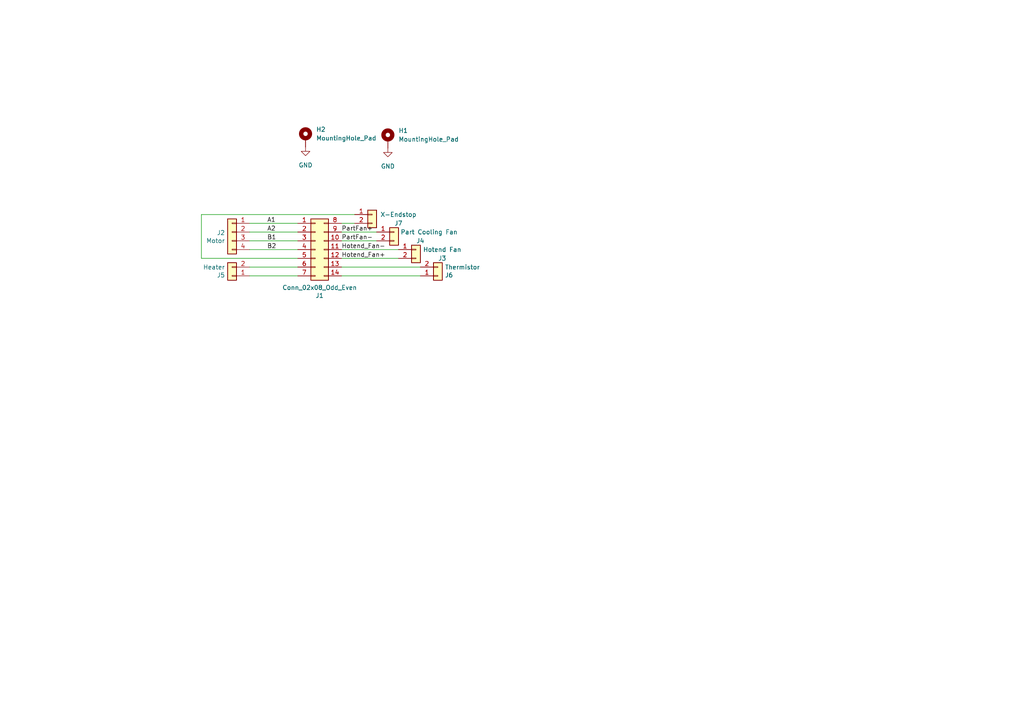
<source format=kicad_sch>
(kicad_sch (version 20230121) (generator eeschema)
  (paper "A4")
  (lib_symbols
    (symbol "Connector_Generic:Conn_01x02" (pin_names (offset 1.016) hide)
      (property "Reference" "J" (at 0 2.54 0))
      (property "Value" "Conn_01x02" (at 0 -5.08 0))
      (symbol "Conn_01x02_1_1"
        (rectangle (start -1.27 -2.413) (end 0 -2.667) (stroke (width 0.1524)))
        (rectangle (start -1.27 0.127) (end 0 -0.127) (stroke (width 0.1524)))
        (rectangle (start -1.27 1.27) (end 1.27 -3.81) (stroke (width 0.254)) (fill (type background)))
        (pin passive line (at -5.08 0 0) (length 3.81) (name "Pin_1") (number "1"))
        (pin passive line (at -5.08 -2.54 0) (length 3.81) (name "Pin_2") (number "2"))
      )
    )
    (symbol "Connector_Generic:Conn_01x04" (pin_names (offset 1.016) hide)
      (property "Reference" "J" (at 0 5.08 0))
      (property "Value" "Conn_01x04" (at 0 -7.62 0))
      (symbol "Conn_01x04_1_1"
        (rectangle (start -1.27 -4.953) (end 0 -5.207) (stroke (width 0.1524)))
        (rectangle (start -1.27 -2.413) (end 0 -2.667) (stroke (width 0.1524)))
        (rectangle (start -1.27 0.127) (end 0 -0.127) (stroke (width 0.1524)))
        (rectangle (start -1.27 2.667) (end 0 2.413) (stroke (width 0.1524)))
        (rectangle (start -1.27 3.81) (end 1.27 -6.35) (stroke (width 0.254)) (fill (type background)))
        (pin passive line (at -5.08 2.54 0) (length 3.81) (name "Pin_1") (number "1"))
        (pin passive line (at -5.08 0 0) (length 3.81) (name "Pin_2") (number "2"))
        (pin passive line (at -5.08 -2.54 0) (length 3.81) (name "Pin_3") (number "3"))
        (pin passive line (at -5.08 -5.08 0) (length 3.81) (name "Pin_4") (number "4"))
      )
    )
    (symbol "Connector_Generic:Conn_02x07_Top_Bottom" (pin_names (offset 1.016) hide)
      (property "Reference" "J" (at 1.27 10.16 0))
      (property "Value" "Conn_02x07_Top_Bottom" (at 1.27 -10.16 0))
      (symbol "Conn_02x07_Top_Bottom_1_1"
        (rectangle (start -1.27 -7.493) (end 0 -7.747) (stroke (width 0.1524)))
        (rectangle (start -1.27 -4.953) (end 0 -5.207) (stroke (width 0.1524)))
        (rectangle (start -1.27 -2.413) (end 0 -2.667) (stroke (width 0.1524)))
        (rectangle (start -1.27 0.127) (end 0 -0.127) (stroke (width 0.1524)))
        (rectangle (start -1.27 2.667) (end 0 2.413) (stroke (width 0.1524)))
        (rectangle (start -1.27 5.207) (end 0 4.953) (stroke (width 0.1524)))
        (rectangle (start -1.27 7.747) (end 0 7.493) (stroke (width 0.1524)))
        (rectangle (start -1.27 8.89) (end 3.81 -8.89) (stroke (width 0.254)) (fill (type background)))
        (rectangle (start 3.81 -7.493) (end 2.54 -7.747) (stroke (width 0.1524)))
        (rectangle (start 3.81 -4.953) (end 2.54 -5.207) (stroke (width 0.1524)))
        (rectangle (start 3.81 -2.413) (end 2.54 -2.667) (stroke (width 0.1524)))
        (rectangle (start 3.81 0.127) (end 2.54 -0.127) (stroke (width 0.1524)))
        (rectangle (start 3.81 2.667) (end 2.54 2.413) (stroke (width 0.1524)))
        (rectangle (start 3.81 5.207) (end 2.54 4.953) (stroke (width 0.1524)))
        (rectangle (start 3.81 7.747) (end 2.54 7.493) (stroke (width 0.1524)))
        (pin passive line (at -5.08 7.62 0) (length 3.81) (name "Pin_1") (number "1"))
        (pin passive line (at 7.62 2.54 180) (length 3.81) (name "Pin_10") (number "10"))
        (pin passive line (at 7.62 0 180) (length 3.81) (name "Pin_11") (number "11"))
        (pin passive line (at 7.62 -2.54 180) (length 3.81) (name "Pin_12") (number "12"))
        (pin passive line (at 7.62 -5.08 180) (length 3.81) (name "Pin_13") (number "13"))
        (pin passive line (at 7.62 -7.62 180) (length 3.81) (name "Pin_14") (number "14"))
        (pin passive line (at -5.08 5.08 0) (length 3.81) (name "Pin_2") (number "2"))
        (pin passive line (at -5.08 2.54 0) (length 3.81) (name "Pin_3") (number "3"))
        (pin passive line (at -5.08 0 0) (length 3.81) (name "Pin_4") (number "4"))
        (pin passive line (at -5.08 -2.54 0) (length 3.81) (name "Pin_5") (number "5"))
        (pin passive line (at -5.08 -5.08 0) (length 3.81) (name "Pin_6") (number "6"))
        (pin passive line (at -5.08 -7.62 0) (length 3.81) (name "Pin_7") (number "7"))
        (pin passive line (at 7.62 7.62 180) (length 3.81) (name "Pin_8") (number "8"))
        (pin passive line (at 7.62 5.08 180) (length 3.81) (name "Pin_9") (number "9"))
      )
    )
    (symbol "Mechanical:MountingHole_Pad" (pin_numbers hide) (pin_names (offset 1.016) hide)
      (property "Reference" "H" (at 0 6.35 0))
      (property "Value" "MountingHole_Pad" (at 0 4.445 0))
      (symbol "MountingHole_Pad_0_1"
        (circle (center 0 1.27) (radius 1.27) (stroke (width 1.27)))
      )
      (symbol "MountingHole_Pad_1_1"
        (pin input line (at 0 -2.54 90) (length 2.54) (name "1") (number "1"))
      )
    )
    (symbol "power:GND" (power) (pin_names (offset 0))
      (property "Value" "GND" (at 0 -3.81 0))
      (symbol "GND_0_1"
        (polyline (pts (xy 0 0) (xy 0 -1.27) (xy 1.27 -1.27) (xy 0 -2.54) (xy -1.27 -1.27) (xy 0 -1.27)))
      )
      (symbol "GND_1_1"
        (pin power_in line (at 0 0 270) (length 0) hide (name "GND") (number "1"))
      )
    )
  )
  (wire (pts (xy 72.39 67.31) (xy 86.36 67.31)))
  (wire (pts (xy 86.36 77.47) (xy 72.39 77.47)))
  (wire (pts (xy 99.06 69.85) (xy 109.22 69.85)))
  (wire (pts (xy 72.39 80.01) (xy 86.36 80.01)))
  (wire (pts (xy 58.42 74.93) (xy 86.36 74.93)))
  (wire (pts (xy 58.42 62.23) (xy 58.42 74.93)))
  (wire (pts (xy 86.36 64.77) (xy 72.39 64.77)))
  (wire (pts (xy 99.06 74.93) (xy 115.57 74.93)))
  (wire (pts (xy 115.57 72.39) (xy 99.06 72.39)))
  (wire (pts (xy 109.22 67.31) (xy 99.06 67.31)))
  (wire (pts (xy 121.92 77.47) (xy 99.06 77.47)))
  (wire (pts (xy 99.06 64.77) (xy 102.87 64.77)))
  (wire (pts (xy 58.42 62.23) (xy 102.87 62.23)))
  (wire (pts (xy 99.06 80.01) (xy 121.92 80.01)))
  (wire (pts (xy 86.36 69.85) (xy 72.39 69.85)))
  (wire (pts (xy 72.39 72.39) (xy 86.36 72.39)))
  (label "B2" (at 77.47 72.39 0))
  (label "PartFan-" (at 99.06 69.85 0))
  (label "A2" (at 77.47 67.31 0))
  (label "PartFan+" (at 99.06 67.31 0))
  (label "Hotend_Fan+" (at 99.06 74.93 0))
  (label "A1" (at 77.47 64.77 0))
  (label "B1" (at 77.47 69.85 0))
  (label "Hotend_Fan-" (at 99.06 72.39 0))
  (symbol (lib_id "Connector_Generic:Conn_02x07_Top_Bottom") (at 91.44 72.39 0) (unit 1)
    (property "Reference" "J1" (at 92.71 85.725 0))
    (property "Value" "Conn_02x08_Odd_Even" (at 92.71 83.4136 0))
    (property "Footprint" "Connector_Molex:Molex_Micro-Fit_3.0_43045-1412_2x07_P3.00mm_Vertical" (effects hide))
  )
  (symbol (lib_id "Connector_Generic:Conn_01x04") (at 67.31 67.31 0) (mirror y) (unit 1)
    (property "Reference" "J2" (at 65.278 67.5132 0) (effects (justify left)))
    (property "Value" "Motor" (at 65.278 69.8246 0) (effects (justify left)))
    (property "Footprint" "Connector_JST:JST_XH_B4B-XH-A_1x04_P2.50mm_Vertical" (effects hide))
  )
  (symbol (lib_id "Connector_Generic:Conn_01x02") (at 120.65 72.39 0) (unit 1)
    (property "Reference" "J3" (at 128.27 74.93 0))
    (property "Value" "Hotend Fan" (at 128.27 72.39 0))
    (property "Footprint" "Connector_JST:JST_XH_B2B-XH-A_1x02_P2.50mm_Vertical" (effects hide))
  )
  (symbol (lib_id "Connector_Generic:Conn_01x02") (at 114.3 67.31 0) (unit 1)
    (property "Reference" "J4" (at 121.92 69.85 0))
    (property "Value" "Part Cooling Fan" (at 124.46 67.31 0))
    (property "Footprint" "Connector_JST:JST_XH_B2B-XH-A_1x02_P2.50mm_Vertical" (effects hide))
  )
  (symbol (lib_id "Connector_Generic:Conn_01x02") (at 67.31 80.01 180) (unit 1)
    (property "Reference" "J5" (at 65.278 79.8068 0) (effects (justify left)))
    (property "Value" "Heater" (at 65.278 77.4954 0) (effects (justify left)))
    (property "Footprint" "TerminalBlock_Phoenix:TerminalBlock_Phoenix_MKDS-1,5-2-5.08_1x02_P5.08mm_Horizontal" (effects hide))
  )
  (symbol (lib_id "Connector_Generic:Conn_01x02") (at 127 80.01 0) (mirror x) (unit 1)
    (property "Reference" "J6" (at 129.032 79.8068 0) (effects (justify left)))
    (property "Value" "Thermistor" (at 129.032 77.4954 0) (effects (justify left)))
    (property "Footprint" "Connector_JST:JST_XH_B2B-XH-A_1x02_P2.50mm_Vertical" (effects hide))
  )
  (symbol (lib_id "Connector_Generic:Conn_01x02") (at 107.95 62.23 0) (unit 1)
    (property "Reference" "J7" (at 115.57 64.77 0))
    (property "Value" "X-Endstop" (at 115.57 62.23 0))
    (property "Footprint" "Connector_JST:JST_XH_B2B-XH-A_1x02_P2.50mm_Vertical" (effects hide))
  )
  (symbol (lib_id "power:GND") (at 88.6206 42.6212 0) (unit 1)
    (property "Reference" "#PWR01" (effects hide))
    (property "Value" "GND" (at 88.6206 47.9044 0))
  )
  (symbol (lib_id "power:GND") (at 112.4966 42.9514 0) (unit 1)
    (property "Reference" "#PWR02" (effects hide))
    (property "Value" "GND" (at 112.4966 48.2346 0))
  )
  (symbol (lib_id "Mechanical:MountingHole_Pad") (at 112.4966 40.4114 0) (unit 1)
    (property "Reference" "H1" (at 115.57 37.8714 0) (effects (justify left)))
    (property "Value" "MountingHole_Pad" (at 115.57 40.4114 0) (effects (justify left)))
    (property "Footprint" "MountingHole:MountingHole_3.2mm_M3_Pad" (effects hide))
  )
  (symbol (lib_id "Mechanical:MountingHole_Pad") (at 88.6206 40.0812 0) (unit 1)
    (property "Reference" "H2" (at 91.694 37.5412 0) (effects (justify left)))
    (property "Value" "MountingHole_Pad" (at 91.694 40.0812 0) (effects (justify left)))
    (property "Footprint" "MountingHole:MountingHole_3.2mm_M3_Pad" (effects hide))
  )
)
</source>
